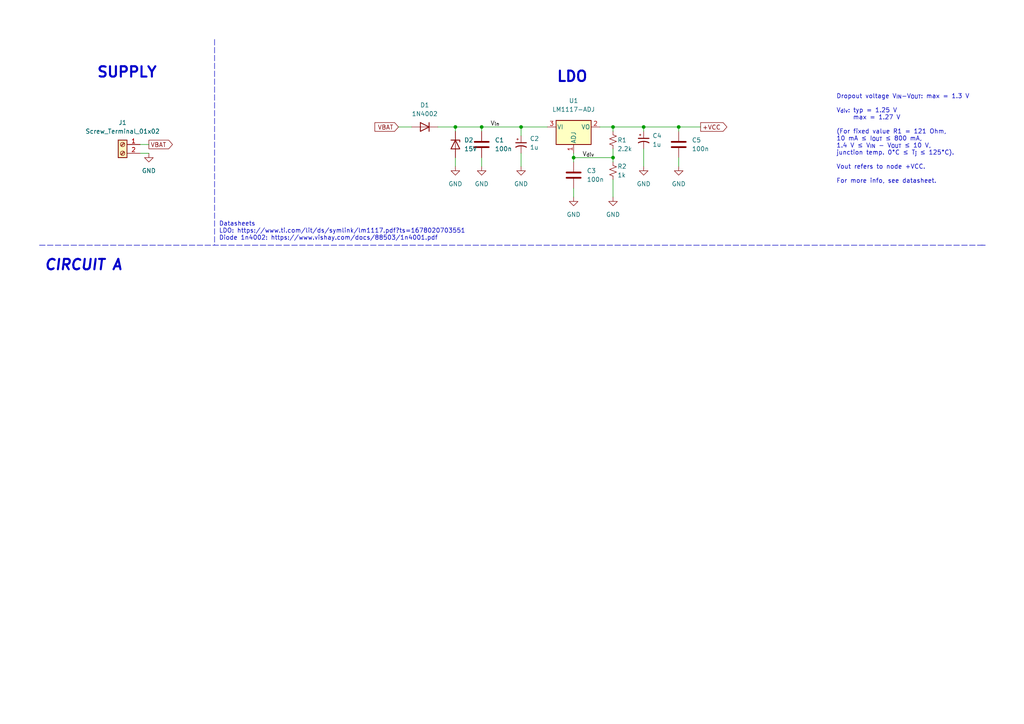
<source format=kicad_sch>
(kicad_sch (version 20211123) (generator eeschema)
  (paper "A4")
  (title_block (title "Pràctica 2 - Disseny B: Regulador d'alimentació") (date "2023-03-02") (rev "David Miravent, Aidar Iglesias") (company "UB"))
  (lib_symbols
    (symbol "Connector:Screw_Terminal_01x02" (pin_names (offset 1.016) hide)
      (property "Reference" "J" (at 0 2.54 0))
      (property "Value" "Screw_Terminal_01x02" (at 0 -5.08 0))
      (symbol "Screw_Terminal_01x02_1_1"
        (rectangle (start -1.27 1.27) (end 1.27 -3.81) (stroke (width 0.254)) (fill (type background)))
        (circle (center 0 -2.54) (radius 0.635) (stroke (width 0.1524)))
        (polyline (pts (xy -0.5334 -2.2098) (xy 0.3302 -3.048)) (stroke (width 0.1524)))
        (polyline (pts (xy -0.5334 0.3302) (xy 0.3302 -0.508)) (stroke (width 0.1524)))
        (polyline (pts (xy -0.3556 -2.032) (xy 0.508 -2.8702)) (stroke (width 0.1524)))
        (polyline (pts (xy -0.3556 0.508) (xy 0.508 -0.3302)) (stroke (width 0.1524)))
        (circle (center 0 0) (radius 0.635) (stroke (width 0.1524)))
        (pin passive line (at -5.08 0 0) (length 3.81) (name "Pin_1") (number "1"))
        (pin passive line (at -5.08 -2.54 0) (length 3.81) (name "Pin_2") (number "2"))
      )
    )
    (symbol "Device:C" (pin_numbers hide) (pin_names (offset 0.254))
      (property "Reference" "C" (at 0.635 2.54 0))
      (property "Value" "C" (at 0.635 -2.54 0))
      (symbol "C_0_1"
        (polyline (pts (xy -2.032 -0.762) (xy 2.032 -0.762)) (stroke (width 0.508)))
        (polyline (pts (xy -2.032 0.762) (xy 2.032 0.762)) (stroke (width 0.508)))
      )
      (symbol "C_1_1"
        (pin passive line (at 0 3.81 270) (length 2.794) (name "~") (number "1"))
        (pin passive line (at 0 -3.81 90) (length 2.794) (name "~") (number "2"))
      )
    )
    (symbol "Device:C_Polarized_Small_US" (pin_numbers hide) (pin_names (offset 0.254) hide)
      (property "Reference" "C" (at 0.254 1.778 0))
      (property "Value" "C_Polarized_Small_US" (at 0.254 -2.032 0))
      (symbol "C_Polarized_Small_US_0_1"
        (polyline (pts (xy -1.524 0.508) (xy 1.524 0.508)) (stroke (width 0.3048)))
        (polyline (pts (xy -1.27 1.524) (xy -0.762 1.524)))
        (polyline (pts (xy -1.016 1.27) (xy -1.016 1.778)))
        (arc (start 1.524 -0.762) (mid 0 -0.3734) (end -1.524 -0.762) (stroke (width 0.3048)))
      )
      (symbol "C_Polarized_Small_US_1_1"
        (pin passive line (at 0 2.54 270) (length 2.032) (name "~") (number "1"))
        (pin passive line (at 0 -2.54 90) (length 2.032) (name "~") (number "2"))
      )
    )
    (symbol "Device:D_Zener" (pin_numbers hide) (pin_names (offset 1.016) hide)
      (property "Reference" "D" (at 0 2.54 0))
      (property "Value" "D_Zener" (at 0 -2.54 0))
      (symbol "D_Zener_0_1"
        (polyline (pts (xy 1.27 0) (xy -1.27 0)))
        (polyline (pts (xy -1.27 -1.27) (xy -1.27 1.27) (xy -0.762 1.27)) (stroke (width 0.254)))
        (polyline (pts (xy 1.27 -1.27) (xy 1.27 1.27) (xy -1.27 0) (xy 1.27 -1.27)) (stroke (width 0.254)))
      )
      (symbol "D_Zener_1_1"
        (pin passive line (at -3.81 0 0) (length 2.54) (name "K") (number "1"))
        (pin passive line (at 3.81 0 180) (length 2.54) (name "A") (number "2"))
      )
    )
    (symbol "Device:R_Small_US" (pin_numbers hide) (pin_names (offset 0.254) hide)
      (property "Reference" "R" (at 0.762 0.508 0))
      (property "Value" "R_Small_US" (at 0.762 -1.016 0))
      (symbol "R_Small_US_1_1"
        (polyline (pts (xy 0 0) (xy 1.016 -0.381) (xy 0 -0.762) (xy -1.016 -1.143) (xy 0 -1.524)))
        (polyline (pts (xy 0 1.524) (xy 1.016 1.143) (xy 0 0.762) (xy -1.016 0.381) (xy 0 0)))
        (pin passive line (at 0 2.54 270) (length 1.016) (name "~") (number "1"))
        (pin passive line (at 0 -2.54 90) (length 1.016) (name "~") (number "2"))
      )
    )
    (symbol "Diode:1N4002" (pin_numbers hide) (pin_names hide)
      (property "Reference" "D" (at 0 2.54 0))
      (property "Value" "1N4002" (at 0 -2.54 0))
      (symbol "1N4002_0_1"
        (polyline (pts (xy -1.27 1.27) (xy -1.27 -1.27)) (stroke (width 0.254)))
        (polyline (pts (xy 1.27 0) (xy -1.27 0)))
        (polyline (pts (xy 1.27 1.27) (xy 1.27 -1.27) (xy -1.27 0) (xy 1.27 1.27)) (stroke (width 0.254)))
      )
      (symbol "1N4002_1_1"
        (pin passive line (at -3.81 0 0) (length 2.54) (name "K") (number "1"))
        (pin passive line (at 3.81 0 180) (length 2.54) (name "A") (number "2"))
      )
    )
    (symbol "Regulator_Linear:LM1117-ADJ" (pin_names (offset 0.254))
      (property "Reference" "U" (at -3.81 3.175 0))
      (property "Value" "LM1117-ADJ" (at 0 3.175 0))
      (symbol "LM1117-ADJ_0_1"
        (rectangle (start -5.08 -5.08) (end 5.08 1.905) (stroke (width 0.254)) (fill (type background)))
      )
      (symbol "LM1117-ADJ_1_1"
        (pin input line (at 0 -7.62 90) (length 2.54) (name "ADJ") (number "1"))
        (pin power_out line (at 7.62 0 180) (length 2.54) (name "VO") (number "2"))
        (pin power_in line (at -7.62 0 0) (length 2.54) (name "VI") (number "3"))
      )
    )
    (symbol "power:GND" (power) (pin_names (offset 0))
      (property "Value" "GND" (at 0 -3.81 0))
      (symbol "GND_0_1"
        (polyline (pts (xy 0 0) (xy 0 -1.27) (xy 1.27 -1.27) (xy 0 -2.54) (xy -1.27 -1.27) (xy 0 -1.27)))
      )
      (symbol "GND_1_1"
        (pin power_in line (at 0 0 270) (length 0) hide (name "GND") (number "1"))
      )
    )
  )
  (junction (at 177.8 36.83))
  (junction (at 166.37 45.72))
  (junction (at 177.8 45.72))
  (junction (at 151.13 36.83))
  (junction (at 132.08 36.83))
  (junction (at 139.7 36.83))
  (junction (at 196.85 36.83))
  (junction (at 186.69 36.83))
  (wire (pts (xy 177.8 36.83) (xy 177.8 38.1)))
  (wire (pts (xy 196.85 36.83) (xy 203.2 36.83)))
  (wire (pts (xy 151.13 36.83) (xy 158.75 36.83)))
  (wire (pts (xy 177.8 36.83) (xy 186.69 36.83)))
  (wire (pts (xy 132.08 36.83) (xy 132.08 38.1)))
  (wire (pts (xy 186.69 36.83) (xy 196.85 36.83)))
  (wire (pts (xy 186.69 43.18) (xy 186.69 48.26)))
  (wire (pts (xy 196.85 36.83) (xy 196.85 38.1)))
  (wire (pts (xy 177.8 45.72) (xy 177.8 46.99)))
  (polyline (pts (xy 11.43 71.12) (xy 285.75 71.12)))
  (wire (pts (xy 139.7 36.83) (xy 151.13 36.83)))
  (wire (pts (xy 196.85 45.72) (xy 196.85 48.26)))
  (wire (pts (xy 151.13 44.45) (xy 151.13 48.26)))
  (wire (pts (xy 177.8 52.07) (xy 177.8 57.15)))
  (wire (pts (xy 166.37 44.45) (xy 166.37 45.72)))
  (wire (pts (xy 166.37 45.72) (xy 166.37 46.99)))
  (polyline (pts (xy 62.23 11.43) (xy 62.23 71.12)))
  (wire (pts (xy 115.57 36.83) (xy 119.38 36.83)))
  (wire (pts (xy 132.08 36.83) (xy 139.7 36.83)))
  (wire (pts (xy 166.37 45.72) (xy 177.8 45.72)))
  (wire (pts (xy 43.18 41.91) (xy 40.64 41.91)))
  (wire (pts (xy 177.8 43.18) (xy 177.8 45.72)))
  (polyline (pts (xy 284.48 71.12) (xy 285.75 71.12)))
  (wire (pts (xy 186.69 36.83) (xy 186.69 38.1)))
  (wire (pts (xy 151.13 36.83) (xy 151.13 39.37)))
  (wire (pts (xy 166.37 54.61) (xy 166.37 57.15)))
  (wire (pts (xy 139.7 36.83) (xy 139.7 38.1)))
  (wire (pts (xy 127 36.83) (xy 132.08 36.83)))
  (wire (pts (xy 43.18 44.45) (xy 40.64 44.45)))
  (wire (pts (xy 132.08 45.72) (xy 132.08 48.26)))
  (wire (pts (xy 139.7 45.72) (xy 139.7 48.26)))
  (wire (pts (xy 173.99 36.83) (xy 177.8 36.83)))
  (text "Dropout voltage V_{IN}-V_{OUT}: max = 1.3 V\n\nV_{div}: typ = 1.25 V\n	max = 1.27 V\n\n(For fixed value R1 = 121 Ohm,\n10 mA ≤ I_{OUT} ≤ 800 mA,\n1.4 V ≤ V_{IN} - V_{OUT} ≤ 10 V,\njunction temp. 0°C ≤ T_{j} ≤ 125°C).\n\nVout refers to node +VCC.\n\nFor more info, see datasheet." (at 242.57 53.34 0) (effects (font (size 1.27 1.27)) (justify left bottom)))
  (text "CIRCUIT A" (at 12.7 78.74 0) (effects (font (size 3 3) (thickness 0.6) bold italic) (justify left bottom)))
  (text "SUPPLY" (at 27.94 22.86 0) (effects (font (size 3 3) (thickness 0.6) bold) (justify left bottom)))
  (text "Datasheets\nLDO: https://www.ti.com/lit/ds/symlink/lm1117.pdf?ts=1678020703551\nDiode 1n4002: https://www.vishay.com/docs/88503/1n4001.pdf" (at 63.5 69.85 0) (effects (font (size 1.27 1.27)) (justify left bottom)))
  (text "LDO" (at 161.29 24.13 0) (effects (font (size 3 3) bold) (justify left bottom)))
  (label "V_{in}" (at 142.24 36.83 0))
  (label "V_{div}" (at 168.91 45.72 0))
  (global_label "VBAT" (shape input) (at 115.57 36.83 180) (property "Intersheet References" "${INTERSHEET_REFS}" (effects hide)))
  (global_label "+VCC" (shape output) (at 203.2 36.83 0) (property "Intersheet References" "${INTERSHEET_REFS}" (effects hide)))
  (global_label "VBAT" (shape output) (at 43.18 41.91 0) (property "Intersheet References" "${INTERSHEET_REFS}" (effects hide)))
  (symbol (lib_id "Device:C") (at 166.37 50.8 0) (unit 1)
    (property "Reference" "C3" (at 170.18 49.5299 0) (effects (justify left)))
    (property "Value" "100n" (at 170.18 52.0699 0) (effects (justify left)))
    (property "Footprint" "Capacitor_SMD:C_0805_2012Metric" (effects hide))
  )
  (symbol (lib_id "power:GND") (at 43.18 44.45 0) (unit 1)
    (property "Reference" "#PWR0101" (effects hide))
    (property "Value" "GND" (at 43.18 49.53 0))
  )
  (symbol (lib_id "power:GND") (at 132.08 48.26 0) (unit 1)
    (property "Reference" "#PWR0104" (effects hide))
    (property "Value" "GND" (at 132.08 53.34 0))
  )
  (symbol (lib_id "Diode:1N4002") (at 123.19 36.83 0) (mirror y) (unit 1)
    (property "Reference" "D1" (at 123.19 30.48 0))
    (property "Value" "1N4002" (at 123.19 33.02 0))
    (property "Footprint" "Diode_THT:D_DO-41_SOD81_P10.16mm_Horizontal" (effects hide))
    (property "Datasheet" "http://www.vishay.com/docs/88503/1n4001.pdf" (effects hide))
  )
  (symbol (lib_id "power:GND") (at 166.37 57.15 0) (unit 1)
    (property "Reference" "#PWR0107" (effects hide))
    (property "Value" "GND" (at 166.37 62.23 0))
  )
  (symbol (lib_id "Regulator_Linear:LM1117-ADJ") (at 166.37 36.83 0) (unit 1)
    (property "Reference" "U1" (at 166.37 29.21 0))
    (property "Value" "LM1117-ADJ" (at 166.37 31.75 0))
    (property "Footprint" "Package_TO_SOT_THT:TO-220-3_Horizontal_TabDown" (effects hide))
    (property "Datasheet" "http://www.ti.com/lit/ds/symlink/lm1117.pdf" (effects hide))
  )
  (symbol (lib_id "Device:D_Zener") (at 132.08 41.91 270) (unit 1)
    (property "Reference" "D2" (at 134.62 40.6399 90) (effects (justify left)))
    (property "Value" "15V" (at 134.62 43.18 90) (effects (justify left)))
    (property "Footprint" "Diode_THT:D_5W_P5.08mm_Vertical_AnodeUp" (effects hide))
  )
  (symbol (lib_id "Device:C") (at 139.7 41.91 0) (unit 1)
    (property "Reference" "C1" (at 143.51 40.6399 0) (effects (justify left)))
    (property "Value" "100n" (at 143.51 43.1799 0) (effects (justify left)))
    (property "Footprint" "Capacitor_SMD:C_0805_2012Metric" (effects hide))
  )
  (symbol (lib_id "Device:C_Polarized_Small_US") (at 186.69 40.64 0) (unit 1)
    (property "Reference" "C4" (at 189.23 39.37 0) (effects (justify left)))
    (property "Value" "1u" (at 189.23 41.91 0) (effects (justify left)))
    (property "Footprint" "Capacitor_THT:C_Disc_D3.0mm_W1.6mm_P2.50mm" (effects hide))
  )
  (symbol (lib_id "Device:C_Polarized_Small_US") (at 151.13 41.91 0) (unit 1)
    (property "Reference" "C2" (at 153.67 40.2081 0) (effects (justify left)))
    (property "Value" "1u" (at 153.67 42.7481 0) (effects (justify left)))
    (property "Footprint" "Capacitor_THT:C_Disc_D3.0mm_W1.6mm_P2.50mm" (effects hide))
  )
  (symbol (lib_id "Device:R_Small_US") (at 177.8 40.64 0) (unit 1)
    (property "Reference" "R1" (at 179.07 40.64 0) (effects (justify left)))
    (property "Value" "2.2k" (at 179.07 43.18 0) (effects (justify left)))
    (property "Footprint" "Resistor_SMD:R_0805_2012Metric" (effects hide))
  )
  (symbol (lib_id "Connector:Screw_Terminal_01x02") (at 35.56 41.91 0) (mirror y) (unit 1)
    (property "Reference" "J1" (at 35.56 35.56 0))
    (property "Value" "Screw_Terminal_01x02" (at 35.56 38.1 0))
    (property "Footprint" "Connector_Wago:Wago_734-132_1x02_P3.50mm_Vertical" (effects hide))
  )
  (symbol (lib_id "Device:C") (at 196.85 41.91 0) (unit 1)
    (property "Reference" "C5" (at 200.66 40.6399 0) (effects (justify left)))
    (property "Value" "100n" (at 200.66 43.1799 0) (effects (justify left)))
    (property "Footprint" "Capacitor_SMD:C_0805_2012Metric" (effects hide))
  )
  (symbol (lib_id "power:GND") (at 196.85 48.26 0) (unit 1)
    (property "Reference" "#PWR0106" (effects hide))
    (property "Value" "GND" (at 196.85 53.34 0))
  )
  (symbol (lib_id "power:GND") (at 186.69 48.26 0) (unit 1)
    (property "Reference" "#PWR0105" (effects hide))
    (property "Value" "GND" (at 186.69 53.34 0))
  )
  (symbol (lib_id "power:GND") (at 151.13 48.26 0) (unit 1)
    (property "Reference" "#PWR0102" (effects hide))
    (property "Value" "GND" (at 151.13 53.34 0))
  )
  (symbol (lib_id "Device:R_Small_US") (at 177.8 49.53 0) (unit 1)
    (property "Reference" "R2" (at 179.07 48.26 0) (effects (justify left)))
    (property "Value" "1k" (at 179.07 50.8 0) (effects (justify left)))
    (property "Footprint" "Resistor_SMD:R_0805_2012Metric" (effects hide))
  )
  (symbol (lib_id "power:GND") (at 177.8 57.15 0) (unit 1)
    (property "Reference" "#PWR0108" (effects hide))
    (property "Value" "GND" (at 177.8 62.23 0))
  )
  (symbol (lib_id "power:GND") (at 139.7 48.26 0) (unit 1)
    (property "Reference" "#PWR0103" (effects hide))
    (property "Value" "GND" (at 139.7 53.34 0))
  )
)
</source>
